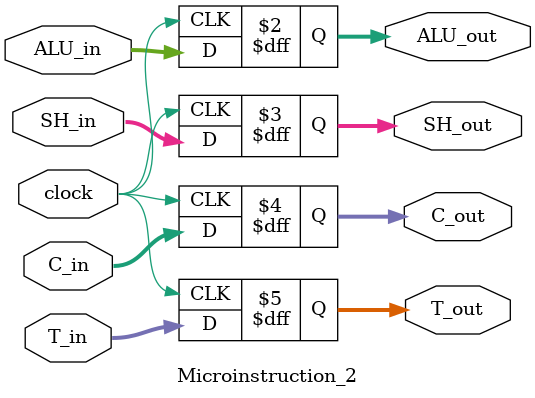
<source format=v>

module Microinstruction_2 (
	clock,
	ALU_in,
	SH_in,
	C_in,
	T_in,
	ALU_out,
	SH_out,
	C_out,
	T_out
);

/*****************************************************************
Modulo que implementa la segunda microintrucción del pipeline,
habria que chequear que en el momento inicial no flashee cualquiera.
******************************************************************/
	input clock;
	input [3:0] 		ALU_in;
	input [1:0] 		SH_in;
	input [5:0] 		C_in;
	input [6:0] 		T_in;
	output reg [3:0] 	ALU_out;
	output reg [1:0] 	SH_out;
	output reg [5:0] 	C_out;
	output reg [6:0] 	T_out;
	

	always @(posedge clock) 
	begin
		ALU_out	=	ALU_in;
		SH_out	=	SH_in;
		C_out	=	C_in;
		T_out	=	T_in;
	end
endmodule
</source>
